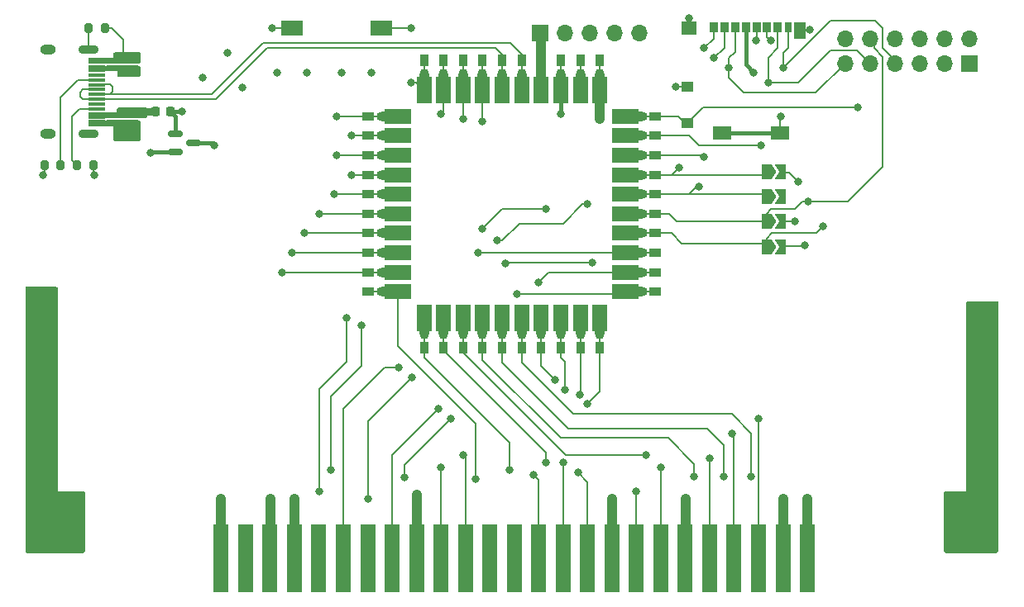
<source format=gtl>
G04 #@! TF.GenerationSoftware,KiCad,Pcbnew,(6.0.5)*
G04 #@! TF.CreationDate,2022-06-22T00:44:10+02:00*
G04 #@! TF.ProjectId,picocart64_v1,7069636f-6361-4727-9436-345f76312e6b,rev?*
G04 #@! TF.SameCoordinates,Original*
G04 #@! TF.FileFunction,Copper,L1,Top*
G04 #@! TF.FilePolarity,Positive*
%FSLAX46Y46*%
G04 Gerber Fmt 4.6, Leading zero omitted, Abs format (unit mm)*
G04 Created by KiCad (PCBNEW (6.0.5)) date 2022-06-22 00:44:10*
%MOMM*%
%LPD*%
G01*
G04 APERTURE LIST*
G04 Aperture macros list*
%AMRoundRect*
0 Rectangle with rounded corners*
0 $1 Rounding radius*
0 $2 $3 $4 $5 $6 $7 $8 $9 X,Y pos of 4 corners*
0 Add a 4 corners polygon primitive as box body*
4,1,4,$2,$3,$4,$5,$6,$7,$8,$9,$2,$3,0*
0 Add four circle primitives for the rounded corners*
1,1,$1+$1,$2,$3*
1,1,$1+$1,$4,$5*
1,1,$1+$1,$6,$7*
1,1,$1+$1,$8,$9*
0 Add four rect primitives between the rounded corners*
20,1,$1+$1,$2,$3,$4,$5,0*
20,1,$1+$1,$4,$5,$6,$7,0*
20,1,$1+$1,$6,$7,$8,$9,0*
20,1,$1+$1,$8,$9,$2,$3,0*%
%AMFreePoly0*
4,1,6,1.000000,0.000000,0.500000,-0.750000,-0.500000,-0.750000,-0.500000,0.750000,0.500000,0.750000,1.000000,0.000000,1.000000,0.000000,$1*%
%AMFreePoly1*
4,1,6,0.500000,-0.750000,-0.650000,-0.750000,-0.150000,0.000000,-0.650000,0.750000,0.500000,0.750000,0.500000,-0.750000,0.500000,-0.750000,$1*%
G04 Aperture macros list end*
G04 #@! TA.AperFunction,ComponentPad*
%ADD10C,1.350000*%
G04 #@! TD*
G04 #@! TA.AperFunction,ComponentPad*
%ADD11R,1.300000X0.900000*%
G04 #@! TD*
G04 #@! TA.AperFunction,ComponentPad*
%ADD12O,2.000000X0.950000*%
G04 #@! TD*
G04 #@! TA.AperFunction,SMDPad,CuDef*
%ADD13R,2.800000X1.500000*%
G04 #@! TD*
G04 #@! TA.AperFunction,ComponentPad*
%ADD14O,1.350000X1.350000*%
G04 #@! TD*
G04 #@! TA.AperFunction,SMDPad,CuDef*
%ADD15R,1.500000X2.800000*%
G04 #@! TD*
G04 #@! TA.AperFunction,ComponentPad*
%ADD16R,0.900000X1.300000*%
G04 #@! TD*
G04 #@! TA.AperFunction,ComponentPad*
%ADD17O,0.950000X2.000000*%
G04 #@! TD*
G04 #@! TA.AperFunction,ComponentPad*
%ADD18C,2.500000*%
G04 #@! TD*
G04 #@! TA.AperFunction,SMDPad,CuDef*
%ADD19FreePoly0,0.000000*%
G04 #@! TD*
G04 #@! TA.AperFunction,SMDPad,CuDef*
%ADD20FreePoly1,0.000000*%
G04 #@! TD*
G04 #@! TA.AperFunction,ComponentPad*
%ADD21R,1.700000X1.700000*%
G04 #@! TD*
G04 #@! TA.AperFunction,ComponentPad*
%ADD22O,1.700000X1.700000*%
G04 #@! TD*
G04 #@! TA.AperFunction,SMDPad,CuDef*
%ADD23R,1.750000X0.300000*%
G04 #@! TD*
G04 #@! TA.AperFunction,ComponentPad*
%ADD24O,2.100000X0.900000*%
G04 #@! TD*
G04 #@! TA.AperFunction,ComponentPad*
%ADD25O,1.600000X1.000000*%
G04 #@! TD*
G04 #@! TA.AperFunction,SMDPad,CuDef*
%ADD26RoundRect,0.200000X-0.200000X-0.275000X0.200000X-0.275000X0.200000X0.275000X-0.200000X0.275000X0*%
G04 #@! TD*
G04 #@! TA.AperFunction,SMDPad,CuDef*
%ADD27R,0.850000X1.100000*%
G04 #@! TD*
G04 #@! TA.AperFunction,SMDPad,CuDef*
%ADD28R,0.750000X1.100000*%
G04 #@! TD*
G04 #@! TA.AperFunction,SMDPad,CuDef*
%ADD29R,1.200000X1.000000*%
G04 #@! TD*
G04 #@! TA.AperFunction,SMDPad,CuDef*
%ADD30R,1.900000X1.350000*%
G04 #@! TD*
G04 #@! TA.AperFunction,SMDPad,CuDef*
%ADD31R,1.170000X1.800000*%
G04 #@! TD*
G04 #@! TA.AperFunction,SMDPad,CuDef*
%ADD32R,1.550000X1.350000*%
G04 #@! TD*
G04 #@! TA.AperFunction,SMDPad,CuDef*
%ADD33RoundRect,0.200000X0.200000X0.275000X-0.200000X0.275000X-0.200000X-0.275000X0.200000X-0.275000X0*%
G04 #@! TD*
G04 #@! TA.AperFunction,SMDPad,CuDef*
%ADD34R,2.180000X1.600000*%
G04 #@! TD*
G04 #@! TA.AperFunction,SMDPad,CuDef*
%ADD35RoundRect,0.150000X-0.587500X-0.150000X0.587500X-0.150000X0.587500X0.150000X-0.587500X0.150000X0*%
G04 #@! TD*
G04 #@! TA.AperFunction,SMDPad,CuDef*
%ADD36RoundRect,0.218750X-0.218750X-0.256250X0.218750X-0.256250X0.218750X0.256250X-0.218750X0.256250X0*%
G04 #@! TD*
G04 #@! TA.AperFunction,SMDPad,CuDef*
%ADD37R,1.500000X7.000000*%
G04 #@! TD*
G04 #@! TA.AperFunction,ViaPad*
%ADD38C,0.800000*%
G04 #@! TD*
G04 #@! TA.AperFunction,Conductor*
%ADD39C,0.200000*%
G04 #@! TD*
G04 #@! TA.AperFunction,Conductor*
%ADD40C,0.203200*%
G04 #@! TD*
G04 #@! TA.AperFunction,Conductor*
%ADD41C,1.000000*%
G04 #@! TD*
G04 #@! TA.AperFunction,Conductor*
%ADD42C,0.406400*%
G04 #@! TD*
G04 #@! TA.AperFunction,Conductor*
%ADD43C,0.400000*%
G04 #@! TD*
G04 #@! TA.AperFunction,Conductor*
%ADD44C,1.016000*%
G04 #@! TD*
G04 #@! TA.AperFunction,Conductor*
%ADD45C,0.800000*%
G04 #@! TD*
G04 APERTURE END LIST*
D10*
X139000000Y-71000000D03*
D11*
X135300000Y-71000000D03*
D12*
X137150000Y-71000000D03*
D13*
X138350000Y-71000000D03*
X138350000Y-73000000D03*
D14*
X139000000Y-73000000D03*
D12*
X137150000Y-73000000D03*
D11*
X135300000Y-73000000D03*
D12*
X137150000Y-75000000D03*
D13*
X138350000Y-75000000D03*
D14*
X139000000Y-75000000D03*
D11*
X135300000Y-75000000D03*
D14*
X139000000Y-77000000D03*
D13*
X138350000Y-77000000D03*
D12*
X137150000Y-77000000D03*
D11*
X135300000Y-77000000D03*
X135300000Y-79000000D03*
D13*
X138350000Y-79000000D03*
D12*
X137150000Y-79000000D03*
D14*
X139000000Y-79000000D03*
X139000000Y-81000000D03*
D11*
X135300000Y-81000000D03*
D12*
X137150000Y-81000000D03*
D13*
X138350000Y-81000000D03*
D12*
X137150000Y-83000000D03*
D13*
X138350000Y-83000000D03*
D14*
X139000000Y-83000000D03*
D11*
X135300000Y-83000000D03*
D14*
X139000000Y-85000000D03*
D12*
X137150000Y-85000000D03*
D13*
X138350000Y-85000000D03*
D11*
X135300000Y-85000000D03*
D12*
X137150000Y-87000000D03*
D11*
X135300000Y-87000000D03*
D14*
X139000000Y-87000000D03*
D13*
X138350000Y-87000000D03*
D14*
X139000000Y-89000000D03*
D13*
X138350000Y-89000000D03*
D12*
X137150000Y-89000000D03*
D11*
X135300000Y-89000000D03*
D15*
X141000000Y-91650000D03*
D16*
X141000000Y-94700000D03*
D14*
X141000000Y-91000000D03*
D17*
X141000000Y-92850000D03*
D14*
X143000000Y-91000000D03*
D15*
X143000000Y-91650000D03*
D17*
X143000000Y-92850000D03*
D16*
X143000000Y-94700000D03*
D14*
X145000000Y-91000000D03*
D15*
X145000000Y-91650000D03*
D16*
X145000000Y-94700000D03*
D17*
X145000000Y-92850000D03*
D16*
X147000000Y-94700000D03*
D14*
X147000000Y-91000000D03*
D17*
X147000000Y-92850000D03*
D15*
X147000000Y-91650000D03*
D16*
X149000000Y-94700000D03*
D14*
X149000000Y-91000000D03*
D15*
X149000000Y-91650000D03*
D17*
X149000000Y-92850000D03*
D15*
X151000000Y-91650000D03*
D14*
X151000000Y-91000000D03*
D16*
X151000000Y-94700000D03*
D17*
X151000000Y-92850000D03*
D14*
X153000000Y-91000000D03*
D15*
X153000000Y-91650000D03*
D16*
X153000000Y-94700000D03*
D17*
X153000000Y-92850000D03*
D16*
X155000000Y-94700000D03*
D17*
X155000000Y-92850000D03*
D14*
X155000000Y-91000000D03*
D15*
X155000000Y-91650000D03*
D17*
X157000000Y-92850000D03*
D15*
X157000000Y-91650000D03*
D16*
X157000000Y-94700000D03*
D14*
X157000000Y-91000000D03*
D15*
X159000000Y-91650000D03*
D16*
X159000000Y-94700000D03*
D14*
X159000000Y-91000000D03*
D17*
X159000000Y-92850000D03*
D14*
X161000000Y-89000000D03*
D13*
X161650000Y-89000000D03*
D11*
X164700000Y-89000000D03*
D12*
X162850000Y-89000000D03*
D14*
X161000000Y-87000000D03*
D11*
X164700000Y-87000000D03*
D13*
X161650000Y-87000000D03*
D12*
X162850000Y-87000000D03*
D14*
X161000000Y-85000000D03*
D11*
X164700000Y-85000000D03*
D12*
X162850000Y-85000000D03*
D13*
X161650000Y-85000000D03*
X161650000Y-83000000D03*
D14*
X161000000Y-83000000D03*
D11*
X164700000Y-83000000D03*
D12*
X162850000Y-83000000D03*
D11*
X164700000Y-81000000D03*
D14*
X161000000Y-81000000D03*
D13*
X161650000Y-81000000D03*
D12*
X162850000Y-81000000D03*
D11*
X164700000Y-79000000D03*
D13*
X161650000Y-79000000D03*
D12*
X162850000Y-79000000D03*
D14*
X161000000Y-79000000D03*
X161000000Y-77000000D03*
D13*
X161650000Y-77000000D03*
D11*
X164700000Y-77000000D03*
D12*
X162850000Y-77000000D03*
D14*
X161000000Y-75000000D03*
D11*
X164700000Y-75000000D03*
D13*
X161650000Y-75000000D03*
D12*
X162850000Y-75000000D03*
D14*
X161000000Y-73000000D03*
D11*
X164700000Y-73000000D03*
D13*
X161650000Y-73000000D03*
D12*
X162850000Y-73000000D03*
D11*
X164700000Y-71000000D03*
D12*
X162850000Y-71000000D03*
D14*
X161000000Y-71000000D03*
D13*
X161650000Y-71000000D03*
D16*
X159000000Y-65300000D03*
D15*
X159000000Y-68350000D03*
D14*
X159000000Y-69000000D03*
D17*
X159000000Y-67150000D03*
X157000000Y-67150000D03*
D16*
X157000000Y-65300000D03*
D15*
X157000000Y-68350000D03*
D14*
X157000000Y-69000000D03*
X155000000Y-69000000D03*
D15*
X155000000Y-68350000D03*
D16*
X155000000Y-65300000D03*
D17*
X155000000Y-67150000D03*
D14*
X153000000Y-69000000D03*
D17*
X153000000Y-67150000D03*
D16*
X153000000Y-65300000D03*
D15*
X153000000Y-68350000D03*
X151000000Y-68350000D03*
D16*
X151000000Y-65300000D03*
D14*
X151000000Y-69000000D03*
D17*
X151000000Y-67150000D03*
X149000000Y-67150000D03*
D15*
X149000000Y-68350000D03*
D14*
X149000000Y-69000000D03*
D16*
X149000000Y-65300000D03*
D14*
X147000000Y-69000000D03*
D15*
X147000000Y-68350000D03*
D17*
X147000000Y-67150000D03*
D16*
X147000000Y-65300000D03*
X145000000Y-65300000D03*
D17*
X145000000Y-67150000D03*
D15*
X145000000Y-68350000D03*
D14*
X145000000Y-69000000D03*
D16*
X143000000Y-65300000D03*
D14*
X143000000Y-69000000D03*
D15*
X143000000Y-68350000D03*
D17*
X143000000Y-67150000D03*
D16*
X141000000Y-65300000D03*
D15*
X141000000Y-68350000D03*
D17*
X141000000Y-67150000D03*
D14*
X141000000Y-69000000D03*
D18*
X102850000Y-112600000D03*
X197650000Y-112600000D03*
D19*
X176059000Y-84378800D03*
D20*
X177509000Y-84378800D03*
D21*
X152913000Y-62484000D03*
D22*
X155453000Y-62484000D03*
X157993000Y-62484000D03*
X160533000Y-62484000D03*
X163073000Y-62484000D03*
D19*
X176059000Y-81813400D03*
D20*
X177509000Y-81813400D03*
D23*
X107544000Y-65165000D03*
X107544000Y-65965000D03*
X107544000Y-67265000D03*
X107544000Y-68265000D03*
X107544000Y-68765000D03*
X107544000Y-69765000D03*
X107544000Y-71065000D03*
X107544000Y-71865000D03*
X107544000Y-71565000D03*
X107544000Y-70765000D03*
X107544000Y-70265000D03*
X107544000Y-69265000D03*
X107544000Y-67765000D03*
X107544000Y-66765000D03*
X107544000Y-66265000D03*
X107544000Y-65465000D03*
D24*
X106704000Y-64195000D03*
D25*
X102524000Y-64195000D03*
D24*
X106704000Y-72835000D03*
D25*
X102524000Y-72835000D03*
D26*
X105500000Y-76000000D03*
X107150000Y-76000000D03*
D27*
X170631000Y-61860000D03*
X171731000Y-61860000D03*
X172831000Y-61860000D03*
X173931000Y-61860000D03*
X175031000Y-61860000D03*
X176131000Y-61860000D03*
X177231000Y-61860000D03*
D28*
X178281000Y-61860000D03*
D29*
X167996000Y-68010000D03*
X167996000Y-71710000D03*
D30*
X177466000Y-72685000D03*
X171496000Y-72685000D03*
D31*
X179491000Y-62210000D03*
D32*
X168171000Y-61985000D03*
D33*
X108325000Y-62000000D03*
X106675000Y-62000000D03*
D34*
X127490000Y-61976000D03*
X136670000Y-61976000D03*
D19*
X176059000Y-79248000D03*
D20*
X177509000Y-79248000D03*
D19*
X176059000Y-76682600D03*
D20*
X177509000Y-76682600D03*
D33*
X103825000Y-76000000D03*
X102175000Y-76000000D03*
D35*
X115562500Y-72800000D03*
X115562500Y-74700000D03*
X117437500Y-73750000D03*
D21*
X196825000Y-65569000D03*
D22*
X196825000Y-63029000D03*
X194285000Y-65569000D03*
X194285000Y-63029000D03*
X191745000Y-65569000D03*
X191745000Y-63029000D03*
X189205000Y-65569000D03*
X189205000Y-63029000D03*
X186665000Y-65569000D03*
X186665000Y-63029000D03*
X184125000Y-65569000D03*
X184125000Y-63029000D03*
D36*
X113500000Y-70500000D03*
X115075000Y-70500000D03*
D37*
X180241000Y-116332000D03*
X177741000Y-116332000D03*
X175241000Y-116332000D03*
X172741000Y-116332000D03*
X170241000Y-116332000D03*
X167741000Y-116332000D03*
X165241000Y-116332000D03*
X162741000Y-116332000D03*
X160241000Y-116332000D03*
X157741000Y-116332000D03*
X155241000Y-116332000D03*
X152741000Y-116332000D03*
X150241000Y-116332000D03*
X147741000Y-116332000D03*
X145241000Y-116332000D03*
X142741000Y-116332000D03*
X140241000Y-116332000D03*
X137741000Y-116332000D03*
X135241000Y-116332000D03*
X132741000Y-116332000D03*
X130241000Y-116332000D03*
X127741000Y-116332000D03*
X125241000Y-116332000D03*
X122741000Y-116332000D03*
X120241000Y-116332000D03*
D38*
X110200000Y-73001800D03*
X110200000Y-72001800D03*
X111400000Y-72001800D03*
X111400000Y-73001800D03*
X102108000Y-105156000D03*
X180250000Y-111350000D03*
X180250000Y-110400000D03*
X177750000Y-111350000D03*
X177750000Y-110400000D03*
X167750000Y-110400000D03*
X167750000Y-111350000D03*
X127750000Y-111350000D03*
X127750000Y-110400000D03*
X125250000Y-110400000D03*
X125250000Y-111350000D03*
X120250000Y-111350000D03*
X120250000Y-110400000D03*
X198000000Y-108000000D03*
X159000000Y-70250000D03*
X122428000Y-68072000D03*
X110179000Y-65001800D03*
X159000000Y-71250000D03*
X107250000Y-77000000D03*
X111379000Y-65001800D03*
X129032000Y-66548000D03*
X168148000Y-60960000D03*
X120904000Y-64516000D03*
X132588000Y-66548000D03*
X198000000Y-109000000D03*
X180500000Y-62172300D03*
X177500000Y-71000000D03*
X166750000Y-68000000D03*
X118364000Y-67056000D03*
X125984000Y-66548000D03*
X125476000Y-61976000D03*
X102000000Y-77000000D03*
X176500000Y-63250000D03*
X102108000Y-106680000D03*
X135636000Y-66548000D03*
X113000000Y-74750000D03*
X174752000Y-66548000D03*
X148500000Y-83750000D03*
X157734000Y-80010000D03*
X138430000Y-96774000D03*
X179324000Y-77724000D03*
X142500000Y-101000000D03*
X150500000Y-89250000D03*
X160241000Y-110259000D03*
X119500000Y-74000000D03*
X140241000Y-110259000D03*
X140241000Y-111259000D03*
X160241000Y-111252000D03*
X139750000Y-97750000D03*
X179000000Y-81750000D03*
X135250000Y-110250000D03*
X158250000Y-86000000D03*
X149352000Y-86106000D03*
X143750000Y-102000000D03*
X152750000Y-88000000D03*
X139000000Y-108000000D03*
X116250000Y-70500000D03*
X155000000Y-70750000D03*
X132080000Y-71000000D03*
X175250000Y-102000000D03*
X172500000Y-103500000D03*
X133604000Y-73000000D03*
X170250000Y-106045000D03*
X132080000Y-75000000D03*
X165250000Y-107000000D03*
X133604000Y-77000000D03*
X155250000Y-106500000D03*
X131826000Y-78994000D03*
X152250000Y-107750000D03*
X130302000Y-81000000D03*
X128778000Y-83000000D03*
X145000000Y-105750000D03*
X127508000Y-85000000D03*
X142750000Y-107000000D03*
X126500000Y-87000000D03*
X146250000Y-108204000D03*
X149750000Y-107250000D03*
X153500000Y-106500000D03*
X163750000Y-105750000D03*
X168656000Y-107950000D03*
X171704000Y-107950000D03*
X174498000Y-107950000D03*
X162750000Y-109500000D03*
X154432000Y-98044000D03*
X156750000Y-107500000D03*
X155448000Y-99060000D03*
X156972000Y-99568000D03*
X157750000Y-100500000D03*
X146500000Y-85000000D03*
X134620000Y-92456000D03*
X131500000Y-107250000D03*
X147000000Y-71500000D03*
X145000000Y-71250000D03*
X142750000Y-70750000D03*
X139700000Y-67564000D03*
X139700000Y-61976000D03*
X133096000Y-91694000D03*
X147000000Y-82500000D03*
X130250000Y-109500000D03*
X153500000Y-80500000D03*
X180000000Y-84250000D03*
X110200000Y-66401800D03*
X111400000Y-70701800D03*
X110200000Y-70701800D03*
X111400000Y-66401800D03*
X167132000Y-76250000D03*
X175006000Y-63250000D03*
X177800000Y-66040000D03*
X175500000Y-74000000D03*
X185420000Y-70104000D03*
X176276000Y-67564000D03*
X169672000Y-75184000D03*
X170688000Y-65024000D03*
X180340000Y-79756000D03*
X172212000Y-66040000D03*
X169164000Y-78232000D03*
X181864000Y-82296000D03*
X169672000Y-64008000D03*
D39*
X149000000Y-69000000D02*
X149000000Y-65600000D01*
X151000000Y-69000000D02*
X151000000Y-65600000D01*
D40*
X108748200Y-68751800D02*
X119248200Y-68751800D01*
X119248200Y-68751800D02*
X124500000Y-63500000D01*
X151000000Y-64640000D02*
X151000000Y-65600000D01*
X124500000Y-63500000D02*
X149860000Y-63500000D01*
X149860000Y-63500000D02*
X151000000Y-64640000D01*
X139000000Y-89000000D02*
X135600000Y-89000000D01*
X147000000Y-69000000D02*
X147000000Y-65600000D01*
X145000000Y-69000000D02*
X145000000Y-65600000D01*
X143000000Y-69000000D02*
X143000000Y-65600000D01*
X141000000Y-69000000D02*
X141000000Y-65600000D01*
X155000000Y-67150000D02*
X155000000Y-65600000D01*
X157000000Y-67150000D02*
X157000000Y-65600000D01*
X159000000Y-67150000D02*
X159000000Y-65600000D01*
X161650000Y-85000000D02*
X164400000Y-85000000D01*
X162850000Y-87000000D02*
X164400000Y-87000000D01*
X164400000Y-89000000D02*
X162850000Y-89000000D01*
X150500000Y-89250000D02*
X161400000Y-89250000D01*
X161650000Y-81000000D02*
X166090000Y-81000000D01*
X166090000Y-81000000D02*
X166878000Y-81788000D01*
X166878000Y-81788000D02*
X176059000Y-81788000D01*
X176059000Y-81788000D02*
X176059000Y-80989000D01*
X176059000Y-80989000D02*
X176548000Y-80500000D01*
X176548000Y-80500000D02*
X179000000Y-80500000D01*
X179000000Y-80500000D02*
X179744000Y-79756000D01*
X179744000Y-79756000D02*
X180340000Y-79756000D01*
X161650000Y-83000000D02*
X166312000Y-83000000D01*
X166312000Y-83000000D02*
X167386000Y-84074000D01*
X167386000Y-84074000D02*
X176059000Y-84074000D01*
X176059000Y-84074000D02*
X176059000Y-83529000D01*
X176059000Y-83529000D02*
X176588000Y-83000000D01*
X176588000Y-83000000D02*
X181160000Y-83000000D01*
X181160000Y-83000000D02*
X181864000Y-82296000D01*
X168148000Y-60960000D02*
X168148000Y-61962000D01*
X168148000Y-61962000D02*
X168171000Y-61985000D01*
D39*
X149000000Y-67150000D02*
X149000000Y-64672000D01*
X149000000Y-64672000D02*
X148336000Y-64008000D01*
X148336000Y-64008000D02*
X124992000Y-64008000D01*
X124992000Y-64008000D02*
X119735000Y-69265000D01*
X119735000Y-69265000D02*
X107544000Y-69265000D01*
D40*
X134620000Y-92456000D02*
X134620000Y-96630000D01*
X134620000Y-96630000D02*
X131500000Y-99750000D01*
X131500000Y-99750000D02*
X131500000Y-107250000D01*
X133096000Y-91694000D02*
X133096000Y-96154000D01*
X133096000Y-96154000D02*
X130250000Y-99000000D01*
X130250000Y-99000000D02*
X130250000Y-109500000D01*
X131826000Y-78994000D02*
X131832000Y-79000000D01*
X131832000Y-79000000D02*
X138350000Y-79000000D01*
X130302000Y-81000000D02*
X138350000Y-81000000D01*
X128778000Y-83000000D02*
X138350000Y-83000000D01*
X127508000Y-85000000D02*
X138350000Y-85000000D01*
X138430000Y-96774000D02*
X136976000Y-96774000D01*
X136976000Y-96774000D02*
X132741000Y-101009000D01*
X132741000Y-101009000D02*
X132741000Y-116332000D01*
X154432000Y-98044000D02*
X153000000Y-96612000D01*
X153000000Y-96612000D02*
X153000000Y-91650000D01*
X155448000Y-99060000D02*
X155448000Y-96198000D01*
X155448000Y-96198000D02*
X155000000Y-95750000D01*
X155000000Y-95750000D02*
X155000000Y-91650000D01*
X156972000Y-99568000D02*
X157000000Y-99540000D01*
X157000000Y-99540000D02*
X157000000Y-91650000D01*
X138350000Y-77000000D02*
X133604000Y-77000000D01*
X132080000Y-75000000D02*
X138350000Y-75000000D01*
X138350000Y-73000000D02*
X133604000Y-73000000D01*
X132080000Y-71000000D02*
X138350000Y-71000000D01*
X167132000Y-76250000D02*
X166382000Y-77000000D01*
X169164000Y-78232000D02*
X168916000Y-78232000D01*
X168916000Y-78232000D02*
X168148000Y-79000000D01*
X169672000Y-75184000D02*
X169488000Y-75000000D01*
X169488000Y-75000000D02*
X161650000Y-75000000D01*
X175500000Y-74000000D02*
X169151000Y-74000000D01*
X169151000Y-74000000D02*
X168151000Y-73000000D01*
X168151000Y-73000000D02*
X161650000Y-73000000D01*
X161650000Y-71000000D02*
X167012000Y-71000000D01*
X167012000Y-71000000D02*
X167722000Y-71710000D01*
X167722000Y-71710000D02*
X167996000Y-71710000D01*
D41*
X127750000Y-116000000D02*
X127750000Y-110250000D01*
D40*
X109000000Y-62000000D02*
X110179000Y-63179000D01*
X102175000Y-76825000D02*
X102000000Y-77000000D01*
X107150000Y-76900000D02*
X107250000Y-77000000D01*
X176131000Y-62881000D02*
X176131000Y-61860000D01*
D42*
X159000000Y-68350000D02*
X159000000Y-68500000D01*
D40*
X107150000Y-76000000D02*
X107150000Y-76900000D01*
D43*
X171496000Y-72685000D02*
X177466000Y-72685000D01*
D41*
X167750000Y-116000000D02*
X167750000Y-110250000D01*
D44*
X159000000Y-68500000D02*
X159000000Y-71250000D01*
D40*
X166750000Y-68000000D02*
X167986000Y-68000000D01*
D41*
X180250000Y-116000000D02*
X180250000Y-110250000D01*
D40*
X177466000Y-71034000D02*
X177500000Y-71000000D01*
D41*
X177750000Y-116000000D02*
X177750000Y-110250000D01*
D40*
X177466000Y-72685000D02*
X177466000Y-71034000D01*
D41*
X125250000Y-116000000D02*
X125250000Y-110250000D01*
D40*
X110179000Y-63179000D02*
X110179000Y-65001800D01*
X180500000Y-62172300D02*
X180462300Y-62210000D01*
X167986000Y-68000000D02*
X167996000Y-68010000D01*
X102175000Y-76000000D02*
X102175000Y-76825000D01*
X176500000Y-63250000D02*
X176131000Y-62881000D01*
D41*
X120250000Y-116000000D02*
X120250000Y-110250000D01*
D40*
X180462300Y-62210000D02*
X179491000Y-62210000D01*
X127490000Y-61976000D02*
X125476000Y-61976000D01*
X108325000Y-62000000D02*
X109000000Y-62000000D01*
D43*
X174752000Y-66548000D02*
X173931000Y-65727000D01*
D42*
X115562500Y-74700000D02*
X113050000Y-74700000D01*
X113050000Y-74700000D02*
X113000000Y-74750000D01*
D43*
X173931000Y-65727000D02*
X173931000Y-61860000D01*
D41*
X153000000Y-62571000D02*
X152913000Y-62484000D01*
X153000000Y-68350000D02*
X153000000Y-62571000D01*
D40*
X178350000Y-76750000D02*
X177509000Y-76750000D01*
X179324000Y-77724000D02*
X178350000Y-76750000D01*
X157240000Y-80010000D02*
X155250000Y-82000000D01*
X149000000Y-83750000D02*
X148500000Y-83750000D01*
X155250000Y-82000000D02*
X150750000Y-82000000D01*
X157734000Y-80010000D02*
X157240000Y-80010000D01*
X150750000Y-82000000D02*
X149000000Y-83750000D01*
X137741000Y-105759000D02*
X142500000Y-101000000D01*
X161400000Y-89250000D02*
X161650000Y-89000000D01*
X137741000Y-116332000D02*
X137741000Y-105759000D01*
D44*
X160241000Y-110259000D02*
X160241000Y-116332000D01*
X140241000Y-109759000D02*
X140241000Y-116332000D01*
D42*
X119250000Y-73750000D02*
X119500000Y-74000000D01*
X117437500Y-73750000D02*
X119250000Y-73750000D01*
D40*
X139750000Y-97750000D02*
X135250000Y-102250000D01*
X179000000Y-81750000D02*
X178962000Y-81788000D01*
X178962000Y-81788000D02*
X177509000Y-81788000D01*
X149352000Y-86106000D02*
X149458000Y-86000000D01*
X135250000Y-102250000D02*
X135250000Y-110250000D01*
X149458000Y-86000000D02*
X158250000Y-86000000D01*
X153750000Y-87000000D02*
X161650000Y-87000000D01*
X139000000Y-108000000D02*
X139000000Y-106750000D01*
X139000000Y-106750000D02*
X143750000Y-102000000D01*
X152750000Y-88000000D02*
X153750000Y-87000000D01*
D42*
X155000000Y-68350000D02*
X155000000Y-70750000D01*
X115562500Y-70987500D02*
X115562500Y-72800000D01*
X116250000Y-70500000D02*
X115075000Y-70500000D01*
X115075000Y-70500000D02*
X115562500Y-70987500D01*
D40*
X107544000Y-67265000D02*
X105600400Y-67265000D01*
X103825000Y-69040400D02*
X103825000Y-76000000D01*
X105600400Y-67265000D02*
X103825000Y-69040400D01*
X107544000Y-70265000D02*
X105735000Y-70265000D01*
X105000000Y-71000000D02*
X105735000Y-70265000D01*
X105500000Y-76000000D02*
X105000000Y-75500000D01*
X105000000Y-75500000D02*
X105000000Y-71000000D01*
X106704000Y-64195000D02*
X106704000Y-62029000D01*
X106704000Y-62029000D02*
X106675000Y-62000000D01*
X107650000Y-68751800D02*
X108748200Y-68751800D01*
X108748200Y-68751800D02*
X108850000Y-68751800D01*
X109100000Y-68501800D02*
X109100000Y-68001800D01*
X108850000Y-68751800D02*
X109100000Y-68501800D01*
X109100000Y-68001800D02*
X108850000Y-67751800D01*
X108850000Y-67751800D02*
X107650000Y-67751800D01*
X105800000Y-69001800D02*
X106050000Y-69251800D01*
X105800000Y-68551800D02*
X105800000Y-69001800D01*
X106050000Y-69251800D02*
X107650000Y-69251800D01*
X107650000Y-68251800D02*
X106100000Y-68251800D01*
X106100000Y-68251800D02*
X105800000Y-68551800D01*
X175241000Y-102009000D02*
X175241000Y-116332000D01*
X175250000Y-102000000D02*
X175241000Y-102009000D01*
X172741000Y-103741000D02*
X172741000Y-116332000D01*
X172500000Y-103500000D02*
X172741000Y-103741000D01*
X170241000Y-106054000D02*
X170241000Y-116332000D01*
X170250000Y-106045000D02*
X170241000Y-106054000D01*
X165250000Y-107000000D02*
X165241000Y-107009000D01*
X165241000Y-107009000D02*
X165241000Y-116332000D01*
X155250000Y-106500000D02*
X155241000Y-106509000D01*
X155241000Y-106509000D02*
X155241000Y-116332000D01*
X152741000Y-108241000D02*
X152741000Y-116332000D01*
X152250000Y-107750000D02*
X152741000Y-108241000D01*
X145241000Y-105991000D02*
X145241000Y-116332000D01*
X145000000Y-105750000D02*
X145241000Y-105991000D01*
X142741000Y-107009000D02*
X142741000Y-116332000D01*
X142750000Y-107000000D02*
X142741000Y-107009000D01*
X126500000Y-87000000D02*
X138350000Y-87000000D01*
X146250000Y-102500000D02*
X138350000Y-94600000D01*
X138350000Y-94600000D02*
X138350000Y-89000000D01*
X146250000Y-108204000D02*
X146250000Y-102500000D01*
X141000000Y-95750000D02*
X149750000Y-104500000D01*
X149750000Y-104500000D02*
X149750000Y-107250000D01*
X141000000Y-91650000D02*
X141000000Y-95750000D01*
X143000000Y-95000000D02*
X153500000Y-105500000D01*
X153500000Y-105500000D02*
X153500000Y-106500000D01*
X143000000Y-91650000D02*
X143000000Y-95000000D01*
X145000000Y-91650000D02*
X145000000Y-95250000D01*
X145000000Y-95250000D02*
X155500000Y-105750000D01*
X155500000Y-105750000D02*
X163750000Y-105750000D01*
X168656000Y-106656000D02*
X166000000Y-104000000D01*
X168656000Y-107950000D02*
X168656000Y-106656000D01*
X155000000Y-104000000D02*
X147000000Y-96000000D01*
X147000000Y-96000000D02*
X147000000Y-91650000D01*
X166000000Y-104000000D02*
X155000000Y-104000000D01*
X171704000Y-107950000D02*
X171704000Y-104704000D01*
X149000000Y-96250000D02*
X149000000Y-91650000D01*
X155750000Y-103000000D02*
X149000000Y-96250000D01*
X171704000Y-104704000D02*
X170000000Y-103000000D01*
X170000000Y-103000000D02*
X155750000Y-103000000D01*
X151000000Y-96250000D02*
X151000000Y-91650000D01*
X174498000Y-107950000D02*
X174500000Y-107948000D01*
X174500000Y-107948000D02*
X174500000Y-103500000D01*
X156250000Y-101500000D02*
X151000000Y-96250000D01*
X174500000Y-103500000D02*
X172500000Y-101500000D01*
X172500000Y-101500000D02*
X156250000Y-101500000D01*
X162750000Y-109500000D02*
X162741000Y-109509000D01*
X162741000Y-109509000D02*
X162741000Y-116332000D01*
X156750000Y-107500000D02*
X157741000Y-108491000D01*
X157741000Y-108491000D02*
X157741000Y-116332000D01*
X157750000Y-100500000D02*
X159000000Y-99250000D01*
X159000000Y-99250000D02*
X159000000Y-91650000D01*
X146500000Y-85000000D02*
X161650000Y-85000000D01*
X147000000Y-68350000D02*
X147000000Y-71500000D01*
X145000000Y-68350000D02*
X145000000Y-71250000D01*
X143000000Y-70500000D02*
X142750000Y-70750000D01*
X143000000Y-68350000D02*
X143000000Y-70500000D01*
X139700000Y-67564000D02*
X140214000Y-67564000D01*
X136670000Y-61976000D02*
X139700000Y-61976000D01*
X140214000Y-67564000D02*
X141000000Y-68350000D01*
X149000000Y-80500000D02*
X153500000Y-80500000D01*
X180000000Y-84250000D02*
X179922000Y-84328000D01*
X147000000Y-82500000D02*
X149000000Y-80500000D01*
X179922000Y-84328000D02*
X177509000Y-84328000D01*
D45*
X113500000Y-70500000D02*
X111601800Y-70500000D01*
X111601800Y-70500000D02*
X111400000Y-70701800D01*
D40*
X164750000Y-77000000D02*
X175809000Y-77000000D01*
X175006000Y-63250000D02*
X175031000Y-63225000D01*
X161650000Y-77000000D02*
X164750000Y-77000000D01*
X175809000Y-77000000D02*
X176059000Y-76750000D01*
X175031000Y-63225000D02*
X175031000Y-61860000D01*
X177800000Y-66040000D02*
X177800000Y-64516000D01*
X178281000Y-64035000D02*
X178281000Y-61860000D01*
X189205000Y-65253000D02*
X189205000Y-65569000D01*
X177800000Y-64516000D02*
X178281000Y-64035000D01*
X177800000Y-66040000D02*
X182626000Y-61214000D01*
X187960000Y-64008000D02*
X189205000Y-65253000D01*
X182626000Y-61214000D02*
X187198000Y-61214000D01*
X187960000Y-61976000D02*
X187960000Y-64008000D01*
X187198000Y-61214000D02*
X187960000Y-61976000D01*
X185420000Y-70104000D02*
X169602000Y-70104000D01*
X169602000Y-70104000D02*
X167996000Y-71710000D01*
X176276000Y-64974000D02*
X177231000Y-64019000D01*
X185346000Y-64250000D02*
X186665000Y-65569000D01*
X176276000Y-67564000D02*
X176276000Y-64974000D01*
X177231000Y-64019000D02*
X177231000Y-61860000D01*
X176276000Y-67564000D02*
X179324000Y-67564000D01*
X182638000Y-64250000D02*
X185346000Y-64250000D01*
X179324000Y-67564000D02*
X182638000Y-64250000D01*
X187194193Y-63558193D02*
X186665000Y-63029000D01*
X180340000Y-79756000D02*
X184404000Y-79756000D01*
X170688000Y-65024000D02*
X171731000Y-63981000D01*
X184404000Y-79756000D02*
X187960000Y-76200000D01*
X187960000Y-64898058D02*
X187075302Y-64013360D01*
X187075302Y-63677084D02*
X187194193Y-63558193D01*
X187075302Y-64013360D02*
X187075302Y-63677084D01*
X187960000Y-76200000D02*
X187960000Y-64898058D01*
X171731000Y-63981000D02*
X171731000Y-61860000D01*
X161650000Y-79000000D02*
X166364000Y-79000000D01*
X172831000Y-64405000D02*
X172831000Y-61860000D01*
X172212000Y-65024000D02*
X172831000Y-64405000D01*
X166364000Y-79000000D02*
X175811000Y-79000000D01*
X173736000Y-68580000D02*
X181114000Y-68580000D01*
X172212000Y-67056000D02*
X173736000Y-68580000D01*
X172212000Y-66040000D02*
X172212000Y-67056000D01*
X181114000Y-68580000D02*
X184125000Y-65569000D01*
X172212000Y-66040000D02*
X172212000Y-65024000D01*
X175811000Y-79000000D02*
X176059000Y-79248000D01*
X169672000Y-64008000D02*
X170631000Y-63049000D01*
X170631000Y-63049000D02*
X170631000Y-61860000D01*
G04 #@! TA.AperFunction,Conductor*
G36*
X103459191Y-88518907D02*
G01*
X103495155Y-88568407D01*
X103500000Y-88599000D01*
X103500000Y-109500000D01*
X106200500Y-109500000D01*
X106258691Y-109518907D01*
X106294655Y-109568407D01*
X106299500Y-109599000D01*
X106299500Y-115465983D01*
X106296982Y-115488169D01*
X106294344Y-115499641D01*
X106296739Y-115510227D01*
X106295587Y-115524697D01*
X106287294Y-115577063D01*
X106277725Y-115606518D01*
X106249419Y-115662071D01*
X106231215Y-115687128D01*
X106187128Y-115731215D01*
X106162068Y-115749421D01*
X106106521Y-115777723D01*
X106077065Y-115787294D01*
X106024499Y-115795619D01*
X106010609Y-115796701D01*
X106000359Y-115794344D01*
X105989487Y-115796804D01*
X105989207Y-115796867D01*
X105988359Y-115797059D01*
X105966512Y-115799500D01*
X100534017Y-115799500D01*
X100511831Y-115796982D01*
X100511224Y-115796842D01*
X100511222Y-115796842D01*
X100500359Y-115794344D01*
X100489773Y-115796739D01*
X100475303Y-115795587D01*
X100422937Y-115787294D01*
X100393482Y-115777725D01*
X100337929Y-115749419D01*
X100312872Y-115731215D01*
X100268785Y-115687128D01*
X100250581Y-115662071D01*
X100222275Y-115606518D01*
X100212706Y-115577065D01*
X100205281Y-115530185D01*
X100204738Y-115504672D01*
X100205655Y-115500718D01*
X100205656Y-115500000D01*
X100203096Y-115488776D01*
X100202980Y-115488266D01*
X100200500Y-115466248D01*
X100200500Y-88599000D01*
X100219407Y-88540809D01*
X100268907Y-88504845D01*
X100299500Y-88500000D01*
X103401000Y-88500000D01*
X103459191Y-88518907D01*
G37*
G04 #@! TD.AperFunction*
G04 #@! TA.AperFunction,Conductor*
G36*
X199758691Y-90018907D02*
G01*
X199794655Y-90068407D01*
X199799500Y-90099000D01*
X199799500Y-115465983D01*
X199796982Y-115488169D01*
X199794344Y-115499641D01*
X199796739Y-115510227D01*
X199795587Y-115524697D01*
X199787294Y-115577063D01*
X199777725Y-115606518D01*
X199749419Y-115662071D01*
X199731215Y-115687128D01*
X199687128Y-115731215D01*
X199662068Y-115749421D01*
X199606521Y-115777723D01*
X199577065Y-115787294D01*
X199524499Y-115795619D01*
X199510609Y-115796701D01*
X199500359Y-115794344D01*
X199489487Y-115796804D01*
X199489207Y-115796867D01*
X199488359Y-115797059D01*
X199466512Y-115799500D01*
X194534017Y-115799500D01*
X194511831Y-115796982D01*
X194511224Y-115796842D01*
X194511222Y-115796842D01*
X194500359Y-115794344D01*
X194489773Y-115796739D01*
X194475303Y-115795587D01*
X194422937Y-115787294D01*
X194393482Y-115777725D01*
X194337929Y-115749419D01*
X194312872Y-115731215D01*
X194268785Y-115687128D01*
X194250581Y-115662071D01*
X194222275Y-115606518D01*
X194212706Y-115577065D01*
X194205281Y-115530185D01*
X194204738Y-115504672D01*
X194205655Y-115500718D01*
X194205656Y-115500000D01*
X194203096Y-115488776D01*
X194202980Y-115488266D01*
X194200500Y-115466248D01*
X194200500Y-109599000D01*
X194219407Y-109540809D01*
X194268907Y-109504845D01*
X194299500Y-109500000D01*
X196500000Y-109500000D01*
X196500000Y-90099000D01*
X196518907Y-90040809D01*
X196568407Y-90004845D01*
X196599000Y-90000000D01*
X199700500Y-90000000D01*
X199758691Y-90018907D01*
G37*
G04 #@! TD.AperFunction*
G04 #@! TA.AperFunction,Conductor*
G36*
X112460097Y-70092702D02*
G01*
X112526892Y-70105988D01*
X112562580Y-70120770D01*
X112610939Y-70153082D01*
X112638254Y-70180397D01*
X112670566Y-70228756D01*
X112685348Y-70264444D01*
X112698634Y-70331239D01*
X112700536Y-70350552D01*
X112700536Y-70942048D01*
X112698634Y-70961361D01*
X112685348Y-71028156D01*
X112670566Y-71063844D01*
X112638254Y-71112203D01*
X112610939Y-71139518D01*
X112562580Y-71171830D01*
X112526892Y-71186612D01*
X112460097Y-71199898D01*
X112440784Y-71201800D01*
X107610288Y-71201800D01*
X107590975Y-71199898D01*
X107524180Y-71186612D01*
X107488492Y-71171830D01*
X107440133Y-71139518D01*
X107412818Y-71112203D01*
X107380506Y-71063844D01*
X107365724Y-71028156D01*
X107352438Y-70961361D01*
X107350536Y-70942048D01*
X107350536Y-70861552D01*
X107352438Y-70842239D01*
X107365724Y-70775444D01*
X107380506Y-70739756D01*
X107412818Y-70691397D01*
X107440133Y-70664082D01*
X107487872Y-70632184D01*
X107542873Y-70615500D01*
X108438748Y-70615500D01*
X108497231Y-70603867D01*
X108497586Y-70605654D01*
X108516943Y-70601800D01*
X109550536Y-70601800D01*
X109550536Y-70346940D01*
X109551013Y-70342098D01*
X109551365Y-70342133D01*
X109552438Y-70331239D01*
X109565724Y-70264444D01*
X109580506Y-70228756D01*
X109612818Y-70180397D01*
X109640133Y-70153082D01*
X109688492Y-70120770D01*
X109724180Y-70105988D01*
X109790975Y-70092702D01*
X109810288Y-70090800D01*
X112440784Y-70090800D01*
X112460097Y-70092702D01*
G37*
G04 #@! TD.AperFunction*
G04 #@! TA.AperFunction,Conductor*
G36*
X111759561Y-65803702D02*
G01*
X111826356Y-65816988D01*
X111862044Y-65831770D01*
X111910403Y-65864082D01*
X111937718Y-65891397D01*
X111970030Y-65939756D01*
X111984812Y-65975444D01*
X111998098Y-66042239D01*
X112000000Y-66061552D01*
X112000000Y-66726048D01*
X111998098Y-66745361D01*
X111984812Y-66812156D01*
X111970030Y-66847844D01*
X111937718Y-66896203D01*
X111910403Y-66923518D01*
X111862044Y-66955830D01*
X111826356Y-66970612D01*
X111759561Y-66983898D01*
X111740248Y-66985800D01*
X109859752Y-66985800D01*
X109840439Y-66983898D01*
X109773644Y-66970612D01*
X109737956Y-66955830D01*
X109689597Y-66923518D01*
X109662282Y-66896203D01*
X109629970Y-66847844D01*
X109615188Y-66812156D01*
X109601902Y-66745361D01*
X109600000Y-66726048D01*
X109600000Y-66401800D01*
X107454866Y-66401800D01*
X107435553Y-66399898D01*
X107368758Y-66386612D01*
X107333070Y-66371830D01*
X107284711Y-66339518D01*
X107257396Y-66312203D01*
X107225084Y-66263844D01*
X107210302Y-66228156D01*
X107197016Y-66161361D01*
X107195114Y-66142048D01*
X107195114Y-66061552D01*
X107197016Y-66042239D01*
X107210302Y-65975444D01*
X107225084Y-65939756D01*
X107257396Y-65891397D01*
X107284711Y-65864082D01*
X107332450Y-65832184D01*
X107387451Y-65815500D01*
X108438748Y-65815500D01*
X108497231Y-65803867D01*
X108497586Y-65805654D01*
X108516943Y-65801800D01*
X111740248Y-65801800D01*
X111759561Y-65803702D01*
G37*
G04 #@! TD.AperFunction*
G04 #@! TA.AperFunction,Conductor*
G36*
X111759561Y-71403702D02*
G01*
X111826356Y-71416988D01*
X111862044Y-71431770D01*
X111910403Y-71464082D01*
X111937718Y-71491397D01*
X111970030Y-71539756D01*
X111984812Y-71575444D01*
X111998098Y-71642239D01*
X112000000Y-71661552D01*
X112000000Y-73342048D01*
X111998098Y-73361361D01*
X111984812Y-73428156D01*
X111970030Y-73463844D01*
X111937718Y-73512203D01*
X111910403Y-73539518D01*
X111862044Y-73571830D01*
X111826356Y-73586612D01*
X111759561Y-73599898D01*
X111740248Y-73601800D01*
X109459752Y-73601800D01*
X109440439Y-73599898D01*
X109373644Y-73586612D01*
X109337956Y-73571830D01*
X109289597Y-73539518D01*
X109262282Y-73512203D01*
X109229970Y-73463844D01*
X109215188Y-73428156D01*
X109201902Y-73361361D01*
X109200000Y-73342048D01*
X109200000Y-72001800D01*
X107054866Y-72001800D01*
X107035553Y-71999898D01*
X106968758Y-71986612D01*
X106933070Y-71971830D01*
X106884711Y-71939518D01*
X106857396Y-71912203D01*
X106825084Y-71863844D01*
X106810302Y-71828156D01*
X106797016Y-71761361D01*
X106795114Y-71742048D01*
X106795114Y-71661552D01*
X106797016Y-71642239D01*
X106810302Y-71575444D01*
X106825084Y-71539756D01*
X106857396Y-71491397D01*
X106884711Y-71464082D01*
X106932450Y-71432184D01*
X106987451Y-71415500D01*
X108438748Y-71415500D01*
X108497231Y-71403867D01*
X108497586Y-71405654D01*
X108516943Y-71401800D01*
X111740248Y-71401800D01*
X111759561Y-71403702D01*
G37*
G04 #@! TD.AperFunction*
G04 #@! TA.AperFunction,Conductor*
G36*
X111759406Y-64402059D02*
G01*
X111826236Y-64415314D01*
X111861943Y-64430083D01*
X111876711Y-64439942D01*
X111910337Y-64462390D01*
X111937669Y-64489705D01*
X111970006Y-64538075D01*
X111984800Y-64573775D01*
X111998096Y-64640593D01*
X112000000Y-64659914D01*
X112000000Y-65340339D01*
X111998099Y-65359649D01*
X111984818Y-65426432D01*
X111970044Y-65462110D01*
X111937743Y-65510466D01*
X111910441Y-65537777D01*
X111862101Y-65570092D01*
X111826429Y-65584880D01*
X111759644Y-65598187D01*
X111740345Y-65600094D01*
X109496795Y-65600901D01*
X107259844Y-65601706D01*
X107240526Y-65599810D01*
X107186448Y-65589072D01*
X107173712Y-65586543D01*
X107138014Y-65571768D01*
X107089634Y-65539457D01*
X107062311Y-65512144D01*
X107029984Y-65463777D01*
X107015196Y-65428084D01*
X107001903Y-65361275D01*
X107000000Y-65341956D01*
X107000000Y-65261552D01*
X107001902Y-65242239D01*
X107015188Y-65175444D01*
X107029970Y-65139756D01*
X107062282Y-65091397D01*
X107089597Y-65064082D01*
X107137956Y-65031770D01*
X107173644Y-65016988D01*
X107240439Y-65003702D01*
X107259752Y-65001800D01*
X109200000Y-65001800D01*
X109200000Y-64661385D01*
X109201901Y-64642078D01*
X109215177Y-64575311D01*
X109229946Y-64539638D01*
X109239314Y-64525610D01*
X109262234Y-64491289D01*
X109289528Y-64463977D01*
X109337856Y-64431658D01*
X109373521Y-64416865D01*
X109440282Y-64403546D01*
X109459587Y-64401633D01*
X111323869Y-64400435D01*
X111740085Y-64400167D01*
X111759406Y-64402059D01*
G37*
G04 #@! TD.AperFunction*
M02*

</source>
